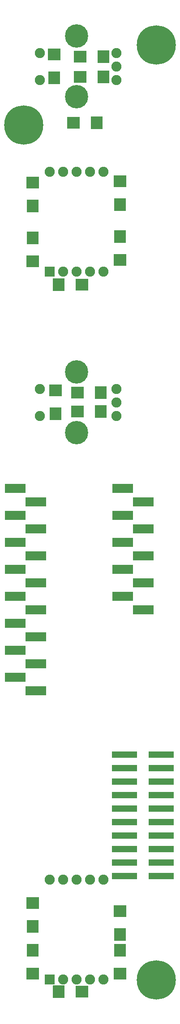
<source format=gbr>
G04 #@! TF.FileFunction,Soldermask,Bot*
%FSLAX46Y46*%
G04 Gerber Fmt 4.6, Leading zero omitted, Abs format (unit mm)*
G04 Created by KiCad (PCBNEW 4.0.4+e1-6308~48~ubuntu14.04.1-stable) date Thu Sep  7 12:23:15 2017*
%MOMM*%
%LPD*%
G01*
G04 APERTURE LIST*
%ADD10C,0.100000*%
%ADD11C,1.900000*%
%ADD12R,1.900000X1.900000*%
%ADD13C,4.400000*%
%ADD14R,4.780000X1.290000*%
%ADD15R,4.000000X1.670000*%
%ADD16R,2.200000X2.400000*%
%ADD17R,2.400000X2.200000*%
%ADD18C,7.400000*%
G04 APERTURE END LIST*
D10*
D11*
X108920000Y-27860000D03*
X111460000Y-27860000D03*
X114000000Y-27860000D03*
X116540000Y-27860000D03*
X119080000Y-27860000D03*
D12*
X108920000Y-46640000D03*
D11*
X111460000Y-46640000D03*
X119080000Y-46640000D03*
X116540000Y-46640000D03*
X114000000Y-46640000D03*
D13*
X114000000Y-65550000D03*
D11*
X107000000Y-73790000D03*
X121500000Y-68710000D03*
X121500000Y-71250000D03*
X121500000Y-73790000D03*
X107000000Y-68710000D03*
D13*
X114000000Y-76950000D03*
D14*
X123040000Y-137570000D03*
X123040000Y-140110000D03*
X123040000Y-142650000D03*
X123040000Y-145190000D03*
X123040000Y-147730000D03*
X123040000Y-150270000D03*
X123040000Y-152810000D03*
X123040000Y-155350000D03*
X123040000Y-157890000D03*
X123040000Y-160430000D03*
X129960000Y-160430000D03*
X129960000Y-157890000D03*
X129960000Y-155350000D03*
X129960000Y-152810000D03*
X129960000Y-137570000D03*
X129960000Y-140110000D03*
X129960000Y-142650000D03*
X129960000Y-145190000D03*
X129960000Y-147730000D03*
X129960000Y-150270000D03*
D13*
X114000000Y-2300000D03*
D11*
X107000000Y-10540000D03*
X121500000Y-5460000D03*
X121500000Y-8000000D03*
X121500000Y-10540000D03*
X107000000Y-5460000D03*
D13*
X114000000Y-13700000D03*
D11*
X108920000Y-161110000D03*
X111460000Y-161110000D03*
X114000000Y-161110000D03*
X116540000Y-161110000D03*
X119080000Y-161110000D03*
D12*
X108920000Y-179890000D03*
D11*
X111460000Y-179890000D03*
X119080000Y-179890000D03*
X116540000Y-179890000D03*
X114000000Y-179890000D03*
D15*
X122710000Y-87430000D03*
X122710000Y-92510000D03*
X122710000Y-97590000D03*
X122710000Y-102670000D03*
X126610000Y-89970000D03*
X126610000Y-95050000D03*
X126610000Y-100130000D03*
X126610000Y-105210000D03*
X102390000Y-87430000D03*
X102390000Y-92510000D03*
X102390000Y-97590000D03*
X102390000Y-102670000D03*
X102390000Y-107750000D03*
X102390000Y-112830000D03*
X102390000Y-117910000D03*
X106290000Y-89970000D03*
X106290000Y-95050000D03*
X106290000Y-100130000D03*
X106290000Y-105210000D03*
X106290000Y-110290000D03*
X106290000Y-115370000D03*
X106290000Y-120450000D03*
X126610000Y-110290000D03*
X122710000Y-107750000D03*
X106290000Y-125530000D03*
X102390000Y-122990000D03*
D16*
X122214000Y-174410000D03*
D17*
X122214000Y-178810000D03*
D16*
X122214000Y-171444000D03*
D17*
X122214000Y-167044000D03*
X115016000Y-182198000D03*
D16*
X110616000Y-182198000D03*
X105704000Y-169920000D03*
D17*
X105704000Y-165520000D03*
D16*
X105704000Y-174410000D03*
D17*
X105704000Y-178810000D03*
X114172000Y-72978000D03*
D16*
X118572000Y-72978000D03*
X110022000Y-73400000D03*
D17*
X110022000Y-69000000D03*
X114172000Y-69422000D03*
D16*
X118572000Y-69422000D03*
D17*
X115016000Y-49102000D03*
D16*
X110616000Y-49102000D03*
X122214000Y-40044000D03*
D17*
X122214000Y-44444000D03*
D16*
X105704000Y-40298000D03*
D17*
X105704000Y-44698000D03*
D16*
X122214000Y-34030000D03*
D17*
X122214000Y-29630000D03*
D16*
X105704000Y-34284000D03*
D17*
X105704000Y-29884000D03*
X114680000Y-6176000D03*
D16*
X119080000Y-6176000D03*
D17*
X114680000Y-9986000D03*
D16*
X119080000Y-9986000D03*
X109768000Y-10154000D03*
D17*
X109768000Y-5754000D03*
X113410000Y-18622000D03*
D16*
X117810000Y-18622000D03*
D18*
X104000000Y-19000000D03*
X129000000Y-4000000D03*
X129000000Y-180000000D03*
M02*

</source>
